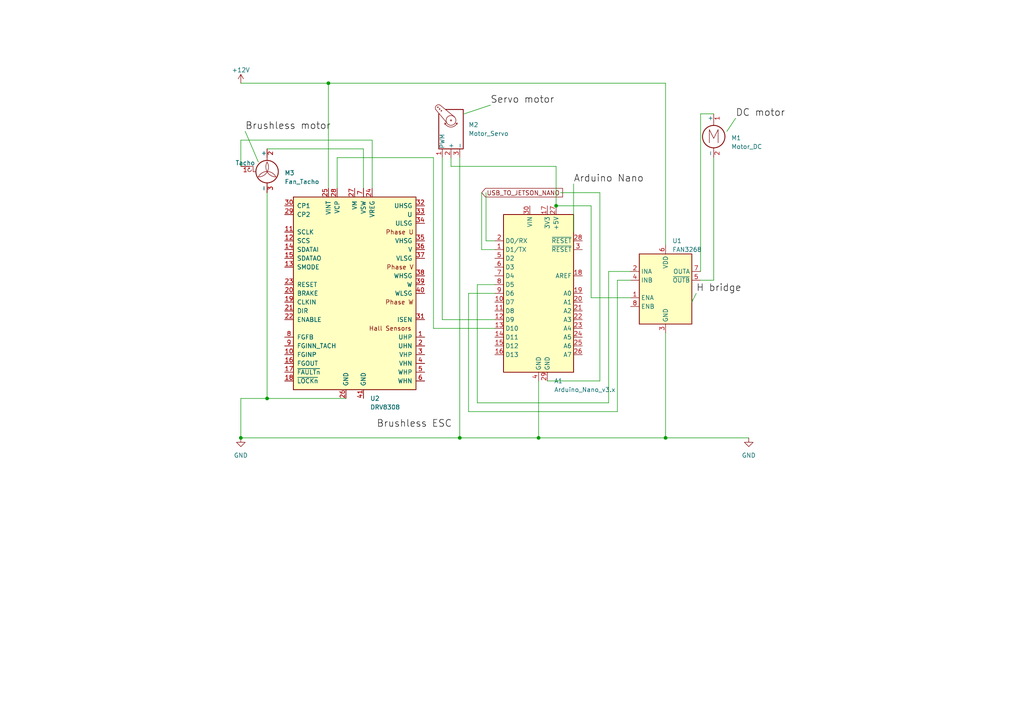
<source format=kicad_sch>
(kicad_sch (version 20230121) (generator eeschema)
  (paper "A4")
  (title_block (title "Fishe"))
  (lib_symbols
    (symbol "Driver_FET:FAN3268"
      (property "Reference" "U" (at -2.54 13.97 0))
      (property "Value" "FAN3268" (at -2.54 11.43 0))
      (symbol "FAN3268_0_1"
        (rectangle (start -7.62 10.16) (end 7.62 -10.16) (stroke (width 0.254)) (fill (type background)))
      )
      (symbol "FAN3268_1_1"
        (pin input line (at -10.16 -2.54 0) (length 2.54) (name "ENA") (number "1"))
        (pin input line (at -10.16 5.08 0) (length 2.54) (name "INA") (number "2"))
        (pin power_in line (at 0 -12.7 90) (length 2.54) (name "GND") (number "3"))
        (pin input line (at -10.16 2.54 0) (length 2.54) (name "INB") (number "4"))
        (pin output line (at 10.16 2.54 180) (length 2.54) (name "~{OUTB}") (number "5"))
        (pin power_in line (at 0 12.7 270) (length 2.54) (name "VDD") (number "6"))
        (pin output line (at 10.16 5.08 180) (length 2.54) (name "OUTA") (number "7"))
        (pin input line (at -10.16 -5.08 0) (length 2.54) (name "ENB") (number "8"))
      )
    )
    (symbol "Driver_Motor:DRV8308" (pin_names (offset 1.016))
      (property "Reference" "U" (at -17.78 36.83 0))
      (property "Value" "DRV8308" (at -17.78 -21.59 0))
      (symbol "DRV8308_0_0"
        (text "Hall Sensors" (at 16.51 -2.54 0) (effects (font (size 1.27 1.27)) (justify right)))
        (text "Phase U" (at 17.145 25.4 0) (effects (font (size 1.27 1.27)) (justify right)))
        (text "Phase V" (at 17.145 15.24 0) (effects (font (size 1.27 1.27)) (justify right)))
        (text "Phase W" (at 17.145 5.08 0) (effects (font (size 1.27 1.27)) (justify right)))
      )
      (symbol "DRV8308_0_1"
        (rectangle (start -17.78 35.56) (end 17.78 -20.32) (stroke (width 0.254)) (fill (type background)))
      )
      (symbol "DRV8308_1_1"
        (pin input line (at 20.32 -5.08 180) (length 2.54) (name "UHP") (number "1"))
        (pin bidirectional line (at -20.32 -10.16 0) (length 2.54) (name "FGINP") (number "10"))
        (pin input line (at -20.32 25.4 0) (length 2.54) (name "SCLK") (number "11"))
        (pin input line (at -20.32 22.86 0) (length 2.54) (name "SCS") (number "12"))
        (pin input line (at -20.32 15.24 0) (length 2.54) (name "SMODE") (number "13"))
        (pin input line (at -20.32 20.32 0) (length 2.54) (name "SDATAI") (number "14"))
        (pin output line (at -20.32 17.78 0) (length 2.54) (name "SDATAO") (number "15"))
        (pin output line (at -20.32 -12.7 0) (length 2.54) (name "FGOUT") (number "16"))
        (pin output line (at -20.32 -15.24 0) (length 2.54) (name "~{FAULTn}") (number "17"))
        (pin output line (at -20.32 -17.78 0) (length 2.54) (name "~{LOCKn}") (number "18"))
        (pin input line (at -20.32 5.08 0) (length 2.54) (name "CLKIN") (number "19"))
        (pin input line (at 20.32 -7.62 180) (length 2.54) (name "UHN") (number "2"))
        (pin input line (at -20.32 7.62 0) (length 2.54) (name "BRAKE") (number "20"))
        (pin input line (at -20.32 2.54 0) (length 2.54) (name "DIR") (number "21"))
        (pin input line (at -20.32 0 0) (length 2.54) (name "ENABLE") (number "22"))
        (pin input line (at -20.32 10.16 0) (length 2.54) (name "RESET") (number "23"))
        (pin power_out line (at 5.08 38.1 270) (length 2.54) (name "VREG") (number "24"))
        (pin passive line (at -7.62 38.1 270) (length 2.54) (name "VINT") (number "25"))
        (pin power_in line (at -2.54 -22.86 90) (length 2.54) (name "GND") (number "26"))
        (pin power_in line (at 0 38.1 270) (length 2.54) (name "VM") (number "27"))
        (pin passive line (at -5.08 38.1 270) (length 2.54) (name "VCP") (number "28"))
        (pin passive line (at -20.32 30.48 0) (length 2.54) (name "CP2") (number "29"))
        (pin input line (at 20.32 -10.16 180) (length 2.54) (name "VHP") (number "3"))
        (pin passive line (at -20.32 33.02 0) (length 2.54) (name "CP1") (number "30"))
        (pin input line (at 20.32 0 180) (length 2.54) (name "ISEN") (number "31"))
        (pin output line (at 20.32 33.02 180) (length 2.54) (name "UHSG") (number "32"))
        (pin input line (at 20.32 30.48 180) (length 2.54) (name "U") (number "33"))
        (pin output line (at 20.32 27.94 180) (length 2.54) (name "ULSG") (number "34"))
        (pin output line (at 20.32 22.86 180) (length 2.54) (name "VHSG") (number "35"))
        (pin input line (at 20.32 20.32 180) (length 2.54) (name "V") (number "36"))
        (pin output line (at 20.32 17.78 180) (length 2.54) (name "VLSG") (number "37"))
        (pin output line (at 20.32 12.7 180) (length 2.54) (name "WHSG") (number "38"))
        (pin input line (at 20.32 10.16 180) (length 2.54) (name "W") (number "39"))
        (pin input line (at 20.32 -12.7 180) (length 2.54) (name "VHN") (number "4"))
        (pin output line (at 20.32 7.62 180) (length 2.54) (name "WLSG") (number "40"))
        (pin power_in line (at 2.54 -22.86 90) (length 2.54) (name "GND") (number "41"))
        (pin input line (at 20.32 -15.24 180) (length 2.54) (name "WHP") (number "5"))
        (pin input line (at 20.32 -17.78 180) (length 2.54) (name "WHN") (number "6"))
        (pin power_out line (at 2.54 38.1 270) (length 2.54) (name "VSW") (number "7"))
        (pin output line (at -20.32 -5.08 0) (length 2.54) (name "FGFB") (number "8"))
        (pin input line (at -20.32 -7.62 0) (length 2.54) (name "FGINN_TACH") (number "9"))
      )
    )
    (symbol "MCU_Module:Arduino_Nano_v3.x"
      (property "Reference" "A" (at -10.16 23.495 0))
      (property "Value" "Arduino_Nano_v3.x" (at 5.08 -24.13 0))
      (symbol "Arduino_Nano_v3.x_0_1"
        (rectangle (start -10.16 22.86) (end 10.16 -22.86) (stroke (width 0.254)) (fill (type background)))
      )
      (symbol "Arduino_Nano_v3.x_1_1"
        (pin bidirectional line (at -12.7 12.7 0) (length 2.54) (name "D1/TX") (number "1"))
        (pin bidirectional line (at -12.7 -2.54 0) (length 2.54) (name "D7") (number "10"))
        (pin bidirectional line (at -12.7 -5.08 0) (length 2.54) (name "D8") (number "11"))
        (pin bidirectional line (at -12.7 -7.62 0) (length 2.54) (name "D9") (number "12"))
        (pin bidirectional line (at -12.7 -10.16 0) (length 2.54) (name "D10") (number "13"))
        (pin bidirectional line (at -12.7 -12.7 0) (length 2.54) (name "D11") (number "14"))
        (pin bidirectional line (at -12.7 -15.24 0) (length 2.54) (name "D12") (number "15"))
        (pin bidirectional line (at -12.7 -17.78 0) (length 2.54) (name "D13") (number "16"))
        (pin power_out line (at 2.54 25.4 270) (length 2.54) (name "3V3") (number "17"))
        (pin input line (at 12.7 5.08 180) (length 2.54) (name "AREF") (number "18"))
        (pin bidirectional line (at 12.7 0 180) (length 2.54) (name "A0") (number "19"))
        (pin bidirectional line (at -12.7 15.24 0) (length 2.54) (name "D0/RX") (number "2"))
        (pin bidirectional line (at 12.7 -2.54 180) (length 2.54) (name "A1") (number "20"))
        (pin bidirectional line (at 12.7 -5.08 180) (length 2.54) (name "A2") (number "21"))
        (pin bidirectional line (at 12.7 -7.62 180) (length 2.54) (name "A3") (number "22"))
        (pin bidirectional line (at 12.7 -10.16 180) (length 2.54) (name "A4") (number "23"))
        (pin bidirectional line (at 12.7 -12.7 180) (length 2.54) (name "A5") (number "24"))
        (pin bidirectional line (at 12.7 -15.24 180) (length 2.54) (name "A6") (number "25"))
        (pin bidirectional line (at 12.7 -17.78 180) (length 2.54) (name "A7") (number "26"))
        (pin power_out line (at 5.08 25.4 270) (length 2.54) (name "+5V") (number "27"))
        (pin input line (at 12.7 15.24 180) (length 2.54) (name "~{RESET}") (number "28"))
        (pin power_in line (at 2.54 -25.4 90) (length 2.54) (name "GND") (number "29"))
        (pin input line (at 12.7 12.7 180) (length 2.54) (name "~{RESET}") (number "3"))
        (pin power_in line (at -2.54 25.4 270) (length 2.54) (name "VIN") (number "30"))
        (pin power_in line (at 0 -25.4 90) (length 2.54) (name "GND") (number "4"))
        (pin bidirectional line (at -12.7 10.16 0) (length 2.54) (name "D2") (number "5"))
        (pin bidirectional line (at -12.7 7.62 0) (length 2.54) (name "D3") (number "6"))
        (pin bidirectional line (at -12.7 5.08 0) (length 2.54) (name "D4") (number "7"))
        (pin bidirectional line (at -12.7 2.54 0) (length 2.54) (name "D5") (number "8"))
        (pin bidirectional line (at -12.7 0 0) (length 2.54) (name "D6") (number "9"))
      )
    )
    (symbol "Motor:Fan_Tacho" (pin_names (offset 0))
      (property "Reference" "M" (at 2.54 2.54 0))
      (property "Value" "Fan_Tacho" (at 2.54 -5.08 0))
      (symbol "Fan_Tacho_0_0"
        (arc (start -5.588 -1.016) (mid -5.08 -1.5218) (end -4.572 -1.016))
        (arc (start -5.08 -0.508) (mid -5.4392 -0.6568) (end -5.588 -1.016))
        (polyline (pts (xy -5.08 -0.508) (xy -5.334 -0.381)))
        (polyline (pts (xy -5.08 -0.508) (xy -5.207 -0.762)))
        (polyline (pts (xy -4.064 0) (xy -4.064 -1.524) (xy -3.302 -1.524)))
      )
      (symbol "Fan_Tacho_0_1"
        (arc (start -2.54 -3.048) (mid 0.0028 -1.6279) (end 0 1.27))
        (circle (center 0 -1.524) (radius 3.2512) (stroke (width 0.254)))
        (polyline (pts (xy -4.064 0) (xy -5.08 0)))
        (polyline (pts (xy 0 -7.62) (xy 0 -7.112)))
        (polyline (pts (xy 0 -4.7752) (xy 0 -5.1816)))
        (polyline (pts (xy 0 1.7272) (xy 0 2.0828)))
        (polyline (pts (xy 0 2.032) (xy 0 2.54)))
        (arc (start 0 1.27) (mid 0.053 -1.619) (end 2.54 -3.048))
        (arc (start 2.54 -3.048) (mid 0 -1.4782) (end -2.54 -3.048))
      )
      (symbol "Fan_Tacho_1_1"
        (pin passive line (at -7.62 0 0) (length 2.54) (name "Tacho") (number "1"))
        (pin passive line (at 0 5.08 270) (length 2.54) (name "+") (number "2"))
        (pin passive line (at 0 -7.62 90) (length 2.54) (name "-") (number "3"))
      )
    )
    (symbol "Motor:Motor_DC" (pin_names (offset 0))
      (property "Reference" "M" (at 2.54 2.54 0))
      (property "Value" "Motor_DC" (at 2.54 -5.08 0))
      (symbol "Motor_DC_0_0"
        (polyline (pts (xy -1.27 -3.302) (xy -1.27 0.508) (xy 0 -2.032) (xy 1.27 0.508) (xy 1.27 -3.302)))
      )
      (symbol "Motor_DC_0_1"
        (circle (center 0 -1.524) (radius 3.2512) (stroke (width 0.254)))
        (polyline (pts (xy 0 -7.62) (xy 0 -7.112)))
        (polyline (pts (xy 0 -4.7752) (xy 0 -5.1816)))
        (polyline (pts (xy 0 1.7272) (xy 0 2.0828)))
        (polyline (pts (xy 0 2.032) (xy 0 2.54)))
      )
      (symbol "Motor_DC_1_1"
        (pin passive line (at 0 5.08 270) (length 2.54) (name "+") (number "1"))
        (pin passive line (at 0 -7.62 90) (length 2.54) (name "-") (number "2"))
      )
    )
    (symbol "Motor:Motor_Servo" (pin_names (offset 0.0254))
      (property "Reference" "M" (at -5.08 4.445 0))
      (property "Value" "Motor_Servo" (at -5.08 -4.064 0))
      (symbol "Motor_Servo_0_1"
        (polyline (pts (xy 2.413 -1.778) (xy 2.032 -1.778)))
        (polyline (pts (xy 2.413 -1.778) (xy 2.286 -1.397)))
        (polyline (pts (xy 2.413 1.778) (xy 1.905 1.778)))
        (polyline (pts (xy 2.413 1.778) (xy 2.286 1.397)))
        (polyline (pts (xy 6.35 4.445) (xy 2.54 1.27)))
        (polyline (pts (xy 7.62 3.175) (xy 4.191 -1.016)))
        (polyline (pts (xy 5.08 3.556) (xy -5.08 3.556) (xy -5.08 -3.556) (xy 6.35 -3.556) (xy 6.35 1.524)) (stroke (width 0.254)))
        (arc (start 2.413 1.778) (mid 1.2406 0) (end 2.413 -1.778))
        (circle (center 3.175 0) (radius 0.1778))
        (circle (center 3.175 0) (radius 1.4224))
        (circle (center 5.969 2.794) (radius 0.127))
        (circle (center 6.477 3.302) (radius 0.127))
        (circle (center 6.985 3.81) (radius 0.127))
        (arc (start 7.62 3.175) (mid 7.4485 4.2735) (end 6.35 4.445))
      )
      (symbol "Motor_Servo_1_1"
        (pin passive line (at -7.62 2.54 0) (length 2.54) (name "PWM") (number "1"))
        (pin passive line (at -7.62 0 0) (length 2.54) (name "+") (number "2"))
        (pin passive line (at -7.62 -2.54 0) (length 2.54) (name "-") (number "3"))
      )
    )
    (symbol "power:+12V" (power) (pin_names (offset 0))
      (property "Value" "+12V" (at 0 3.556 0))
      (symbol "+12V_0_1"
        (polyline (pts (xy -0.762 1.27) (xy 0 2.54)))
        (polyline (pts (xy 0 0) (xy 0 2.54)))
        (polyline (pts (xy 0 2.54) (xy 0.762 1.27)))
      )
      (symbol "+12V_1_1"
        (pin power_in line (at 0 0 90) (length 0) hide (name "+12V") (number "1"))
      )
    )
    (symbol "power:GND" (power) (pin_names (offset 0))
      (property "Value" "GND" (at 0 -3.81 0))
      (symbol "GND_0_1"
        (polyline (pts (xy 0 0) (xy 0 -1.27) (xy 1.27 -1.27) (xy 0 -2.54) (xy -1.27 -1.27) (xy 0 -1.27)))
      )
      (symbol "GND_1_1"
        (pin power_in line (at 0 0 270) (length 0) hide (name "GND") (number "1"))
      )
    )
  )
  (junction (at 161.29 59.69))
  (junction (at 193.04 127))
  (junction (at 156.21 127))
  (junction (at 95.25 24.13))
  (junction (at 77.47 115.57))
  (junction (at 69.85 127))
  (junction (at 133.35 127))
  (wire (pts (xy 203.2 33.02) (xy 207.01 33.02)))
  (wire (pts (xy 143.51 69.85) (xy 140.97 69.85)))
  (wire (pts (xy 125.73 45.72) (xy 97.79 45.72)))
  (wire (pts (xy 128.27 45.72) (xy 128.27 92.71)))
  (wire (pts (xy 156.21 110.49) (xy 156.21 127)))
  (wire (pts (xy 71.12 38.1) (xy 74.93 46.99)))
  (wire (pts (xy 182.88 81.28) (xy 179.07 81.28)))
  (wire (pts (xy 69.85 115.57) (xy 69.85 127)))
  (wire (pts (xy 143.51 95.25) (xy 125.73 95.25)))
  (wire (pts (xy 77.47 55.88) (xy 77.47 115.57)))
  (wire (pts (xy 179.07 81.28) (xy 179.07 119.38)))
  (wire (pts (xy 171.45 59.69) (xy 161.29 59.69)))
  (wire (pts (xy 207.01 81.28) (xy 203.2 81.28)))
  (wire (pts (xy 143.51 72.39) (xy 139.7 72.39)))
  (wire (pts (xy 158.75 110.49) (xy 173.99 110.49)))
  (wire (pts (xy 128.27 92.71) (xy 143.51 92.71)))
  (wire (pts (xy 156.21 127) (xy 193.04 127)))
  (wire (pts (xy 130.81 45.72) (xy 130.81 48.26)))
  (wire (pts (xy 193.04 127) (xy 193.04 96.52)))
  (wire (pts (xy 107.95 40.64) (xy 107.95 54.61)))
  (wire (pts (xy 182.88 78.74) (xy 176.53 78.74)))
  (wire (pts (xy 140.97 55.88) (xy 140.97 69.85)))
  (wire (pts (xy 95.25 54.61) (xy 95.25 24.13)))
  (wire (pts (xy 193.04 127) (xy 217.17 127)))
  (wire (pts (xy 173.99 110.49) (xy 173.99 55.88)))
  (wire (pts (xy 176.53 78.74) (xy 176.53 116.84)))
  (wire (pts (xy 138.43 82.55) (xy 143.51 82.55)))
  (wire (pts (xy 171.45 86.36) (xy 171.45 59.69)))
  (wire (pts (xy 69.85 127) (xy 133.35 127)))
  (wire (pts (xy 69.85 40.64) (xy 107.95 40.64)))
  (wire (pts (xy 135.89 119.38) (xy 135.89 85.09)))
  (wire (pts (xy 134.62 33.02) (xy 142.24 30.48)))
  (wire (pts (xy 130.81 48.26) (xy 161.29 48.26)))
  (wire (pts (xy 97.79 45.72) (xy 97.79 54.61)))
  (wire (pts (xy 203.2 33.02) (xy 203.2 78.74)))
  (wire (pts (xy 138.43 116.84) (xy 138.43 82.55)))
  (wire (pts (xy 125.73 95.25) (xy 125.73 45.72)))
  (wire (pts (xy 207.01 45.72) (xy 207.01 81.28)))
  (wire (pts (xy 77.47 115.57) (xy 69.85 115.57)))
  (wire (pts (xy 95.25 24.13) (xy 193.04 24.13)))
  (wire (pts (xy 161.29 48.26) (xy 161.29 59.69)))
  (wire (pts (xy 69.85 24.13) (xy 95.25 24.13)))
  (wire (pts (xy 193.04 24.13) (xy 193.04 71.12)))
  (wire (pts (xy 133.35 127) (xy 156.21 127)))
  (wire (pts (xy 100.33 115.57) (xy 77.47 115.57)))
  (wire (pts (xy 179.07 119.38) (xy 135.89 119.38)))
  (wire (pts (xy 176.53 116.84) (xy 138.43 116.84)))
  (wire (pts (xy 210.82 38.1) (xy 213.36 34.29)))
  (wire (pts (xy 162.56 55.88) (xy 173.99 55.88)))
  (wire (pts (xy 133.35 45.72) (xy 133.35 127)))
  (wire (pts (xy 171.45 86.36) (xy 182.88 86.36)))
  (wire (pts (xy 105.41 43.18) (xy 105.41 54.61)))
  (wire (pts (xy 77.47 43.18) (xy 105.41 43.18)))
  (wire (pts (xy 200.66 87.63) (xy 201.93 85.09)))
  (wire (pts (xy 135.89 85.09) (xy 143.51 85.09)))
  (wire (pts (xy 166.37 67.31) (xy 166.37 53.34)))
  (wire (pts (xy 69.85 48.26) (xy 69.85 40.64)))
  (wire (pts (xy 139.7 55.88) (xy 139.7 72.39)))
  (label "Brushless motor" (at 71.12 38.1 0) (effects (font (size 2 2))))
  (label "DC motor" (at 213.36 34.29 0) (effects (font (size 2 2))))
  (label "Servo motor" (at 142.24 30.48 0) (effects (font (size 2 2))))
  (label "Arduino Nano" (at 166.37 53.34 0) (effects (font (size 2 2))))
  (label "Brushless ESC" (at 109.22 124.46 0) (effects (font (size 2 2))))
  (label "H bridge" (at 201.93 85.09 0) (effects (font (size 2 2))))
  (global_label "USB_TO_JETSON_NANO" (shape input) (at 139.7 55.88 0) (property "Intersheetrefs" "${INTERSHEET_REFS}" (effects hide)))
  (symbol (lib_id "Motor:Motor_Servo") (at 130.81 38.1 90) (unit 1)
    (property "Reference" "M2" (at 135.89 36.2061 90) (effects (justify right)))
    (property "Value" "Motor_Servo" (at 135.89 38.7461 90) (effects (justify right)))
    (property "Datasheet" "http://forums.parallax.com/uploads/attachments/46831/74481.png" (effects hide))
  )
  (symbol (lib_id "Motor:Fan_Tacho") (at 77.47 48.26 0) (unit 1)
    (property "Reference" "M3" (at 82.55 50.165 0) (effects (justify left)))
    (property "Value" "Fan_Tacho" (at 82.55 52.705 0) (effects (justify left)))
    (property "Datasheet" "http://www.hardwarecanucks.com/forum/attachments/new-builds/16287d1330775095-help-chassis-power-fan-connectors-motherboard-asus_p8z68.jpg" (effects hide))
  )
  (symbol (lib_id "power:GND") (at 217.17 127 0) (unit 1)
    (property "Reference" "#PWR03" (effects hide))
    (property "Value" "GND" (at 217.17 132.08 0))
  )
  (symbol (lib_id "Driver_Motor:DRV8308") (at 102.87 92.71 0) (unit 1)
    (property "Reference" "U2" (at 107.3659 115.57 0) (effects (justify left)))
    (property "Value" "DRV8308" (at 107.3659 118.11 0) (effects (justify left)))
    (property "Footprint" "Package_DFN_QFN:Texas_S-PVQFN-N40_EP3.52x2.62mm" (effects hide))
    (property "Datasheet" "http://www.ti.com/lit/ds/symlink/drv8308.pdf" (effects hide))
  )
  (symbol (lib_id "Motor:Motor_DC") (at 207.01 38.1 0) (unit 1)
    (property "Reference" "M1" (at 212.09 40.005 0) (effects (justify left)))
    (property "Value" "Motor_DC" (at 212.09 42.545 0) (effects (justify left)))
  )
  (symbol (lib_id "MCU_Module:Arduino_Nano_v3.x") (at 156.21 85.09 0) (unit 1)
    (property "Reference" "A1" (at 160.7059 110.49 0) (effects (justify left)))
    (property "Value" "Arduino_Nano_v3.x" (at 160.7059 113.03 0) (effects (justify left)))
    (property "Footprint" "Module:Arduino_Nano" (effects hide))
    (property "Datasheet" "http://www.mouser.com/pdfdocs/Gravitech_Arduino_Nano3_0.pdf" (effects hide))
  )
  (symbol (lib_id "power:GND") (at 69.85 127 0) (unit 1)
    (property "Reference" "#PWR02" (effects hide))
    (property "Value" "GND" (at 69.85 132.08 0))
  )
  (symbol (lib_id "power:+12V") (at 69.85 24.13 0) (unit 1)
    (property "Reference" "#PWR01" (effects hide))
    (property "Value" "+12V" (at 69.85 20.32 0))
  )
  (symbol (lib_id "Driver_FET:FAN3268") (at 193.04 83.82 0) (unit 1)
    (property "Reference" "U1" (at 194.9959 69.85 0) (effects (justify left)))
    (property "Value" "FAN3268" (at 194.9959 72.39 0) (effects (justify left)))
    (property "Footprint" "Package_SO:SOIC-8_3.9x4.9mm_P1.27mm" (effects hide))
    (property "Datasheet" "http://www.onsemi.com/pub/Collateral/FAN3268T_F085-D.PDF" (effects hide))
  )
)
</source>
